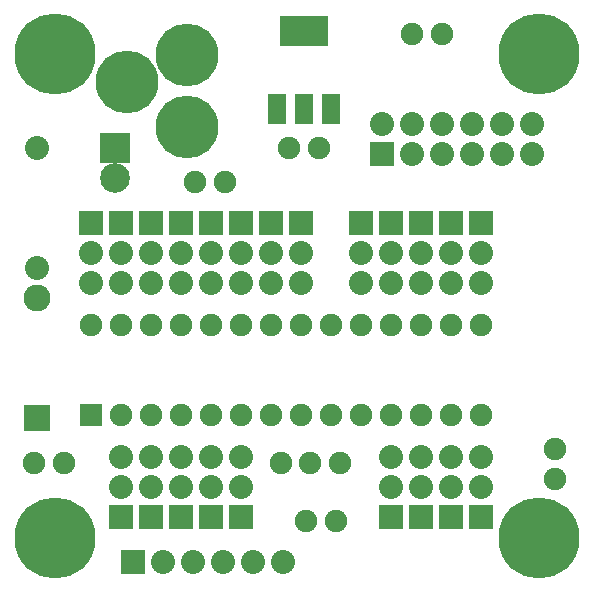
<source format=gts>
G04 (created by PCBNEW (2013-05-31 BZR 4019)-stable) date 7/5/2014 3:34:13 PM*
%MOIN*%
G04 Gerber Fmt 3.4, Leading zero omitted, Abs format*
%FSLAX34Y34*%
G01*
G70*
G90*
G04 APERTURE LIST*
%ADD10C,0.00590551*%
%ADD11R,0.164X0.1*%
%ADD12R,0.06X0.1*%
%ADD13C,0.27*%
%ADD14C,0.075*%
%ADD15R,0.075X0.075*%
%ADD16R,0.0987X0.0987*%
%ADD17C,0.0987*%
%ADD18R,0.08X0.08*%
%ADD19C,0.08*%
%ADD20C,0.09*%
%ADD21R,0.09X0.09*%
%ADD22C,0.209*%
G04 APERTURE END LIST*
G54D10*
G54D11*
X31553Y-16548D03*
G54D12*
X31553Y-19148D03*
X32453Y-19148D03*
X30653Y-19148D03*
G54D13*
X23228Y-17322D03*
X39370Y-17322D03*
X39370Y-33464D03*
G54D14*
X35153Y-16648D03*
X36153Y-16648D03*
X32053Y-20448D03*
X31053Y-20448D03*
X23553Y-30948D03*
X22553Y-30948D03*
X28900Y-21600D03*
X27900Y-21600D03*
X25453Y-29348D03*
X26453Y-29348D03*
X27453Y-29348D03*
X28453Y-29348D03*
X29453Y-29348D03*
X30453Y-29348D03*
X31453Y-29348D03*
X32453Y-29348D03*
X33453Y-29348D03*
X34453Y-29348D03*
X35453Y-29348D03*
X36453Y-29348D03*
X37453Y-29348D03*
G54D15*
X24453Y-29348D03*
G54D14*
X37453Y-26348D03*
X36453Y-26348D03*
X35453Y-26348D03*
X34453Y-26348D03*
X33453Y-26348D03*
X32453Y-26348D03*
X31453Y-26348D03*
X30453Y-26348D03*
X29453Y-26348D03*
X28453Y-26348D03*
X27453Y-26348D03*
X26453Y-26348D03*
X25453Y-26348D03*
X24453Y-26348D03*
G54D16*
X25253Y-20448D03*
G54D17*
X25253Y-21448D03*
G54D18*
X25846Y-34251D03*
G54D19*
X26846Y-34251D03*
X27846Y-34251D03*
X28846Y-34251D03*
X29846Y-34251D03*
X30846Y-34251D03*
G54D18*
X29453Y-32748D03*
G54D19*
X29453Y-31748D03*
X29453Y-30748D03*
G54D18*
X33453Y-22948D03*
G54D19*
X33453Y-23948D03*
X33453Y-24948D03*
G54D18*
X34453Y-22948D03*
G54D19*
X34453Y-23948D03*
X34453Y-24948D03*
G54D18*
X35453Y-22948D03*
G54D19*
X35453Y-23948D03*
X35453Y-24948D03*
G54D18*
X36453Y-22948D03*
G54D19*
X36453Y-23948D03*
X36453Y-24948D03*
G54D18*
X37453Y-22948D03*
G54D19*
X37453Y-23948D03*
X37453Y-24948D03*
G54D18*
X37453Y-32748D03*
G54D19*
X37453Y-31748D03*
X37453Y-30748D03*
G54D18*
X36453Y-32748D03*
G54D19*
X36453Y-31748D03*
X36453Y-30748D03*
G54D18*
X35453Y-32748D03*
G54D19*
X35453Y-31748D03*
X35453Y-30748D03*
G54D18*
X34453Y-32748D03*
G54D19*
X34453Y-31748D03*
X34453Y-30748D03*
G54D18*
X29453Y-22948D03*
G54D19*
X29453Y-23948D03*
X29453Y-24948D03*
G54D18*
X28453Y-32748D03*
G54D19*
X28453Y-31748D03*
X28453Y-30748D03*
G54D18*
X27453Y-32748D03*
G54D19*
X27453Y-31748D03*
X27453Y-30748D03*
G54D18*
X26453Y-32748D03*
G54D19*
X26453Y-31748D03*
X26453Y-30748D03*
G54D18*
X25453Y-32748D03*
G54D19*
X25453Y-31748D03*
X25453Y-30748D03*
G54D18*
X24453Y-22948D03*
G54D19*
X24453Y-23948D03*
X24453Y-24948D03*
G54D18*
X25453Y-22948D03*
G54D19*
X25453Y-23948D03*
X25453Y-24948D03*
G54D18*
X26453Y-22948D03*
G54D19*
X26453Y-23948D03*
X26453Y-24948D03*
G54D18*
X27453Y-22948D03*
G54D19*
X27453Y-23948D03*
X27453Y-24948D03*
G54D18*
X28453Y-22948D03*
G54D19*
X28453Y-23948D03*
X28453Y-24948D03*
G54D20*
X22653Y-25448D03*
G54D21*
X22653Y-29448D03*
G54D19*
X22653Y-20448D03*
X22653Y-24448D03*
G54D18*
X30453Y-22948D03*
G54D19*
X30453Y-23948D03*
X30453Y-24948D03*
G54D18*
X31453Y-22948D03*
G54D19*
X31453Y-23948D03*
X31453Y-24948D03*
G54D13*
X23228Y-33464D03*
G54D14*
X32737Y-30948D03*
X30769Y-30948D03*
X31753Y-30948D03*
G54D18*
X34153Y-20648D03*
G54D19*
X34153Y-19648D03*
X35153Y-20648D03*
X35153Y-19648D03*
X36153Y-20648D03*
X36153Y-19648D03*
X37153Y-20648D03*
X37153Y-19648D03*
X38153Y-20648D03*
X38153Y-19648D03*
X39153Y-20648D03*
X39153Y-19648D03*
G54D22*
X27650Y-17350D03*
X27650Y-19750D03*
X25650Y-18250D03*
G54D14*
X31600Y-32900D03*
X32600Y-32900D03*
X39900Y-30500D03*
X39900Y-31500D03*
M02*

</source>
